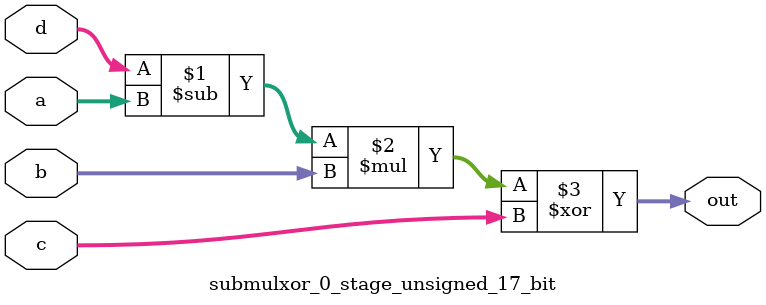
<source format=sv>
(* use_dsp = "yes" *) module submulxor_0_stage_unsigned_17_bit(
	input  [16:0] a,
	input  [16:0] b,
	input  [16:0] c,
	input  [16:0] d,
	output [16:0] out
	);

	assign out = ((d - a) * b) ^ c;
endmodule

</source>
